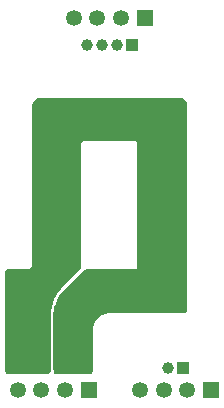
<source format=gtl>
G04*
G04 #@! TF.GenerationSoftware,Altium Limited,Altium Designer,21.7.2 (23)*
G04*
G04 Layer_Physical_Order=1*
G04 Layer_Color=255*
%FSAX25Y25*%
%MOIN*%
G70*
G04*
G04 #@! TF.SameCoordinates,43612BD9-7431-4496-A61A-E5E58A6AB67A*
G04*
G04*
G04 #@! TF.FilePolarity,Positive*
G04*
G01*
G75*
%ADD14C,0.04409*%
%ADD15R,0.04409X0.04409*%
%ADD18C,0.05315*%
%ADD19R,0.05315X0.05315*%
%ADD20R,0.03937X0.03937*%
%ADD21C,0.03937*%
G36*
X0187644Y0202525D02*
X0188253Y0201916D01*
X0188583Y0201120D01*
Y0200689D01*
Y0132579D01*
X0188583Y0132579D01*
X0188583Y0132285D01*
X0188358Y0131742D01*
X0187943Y0131327D01*
X0187400Y0131102D01*
X0162697D01*
X0162157Y0131076D01*
X0161097Y0130865D01*
X0160099Y0130452D01*
X0159200Y0129851D01*
X0158436Y0129087D01*
X0157836Y0128189D01*
X0157422Y0127190D01*
X0157212Y0126131D01*
X0157185Y0125591D01*
Y0111753D01*
X0156990Y0111283D01*
X0156630Y0110923D01*
X0156160Y0110728D01*
X0145768D01*
X0145768Y0110728D01*
X0145357Y0110787D01*
X0144642Y0111210D01*
X0144143Y0111875D01*
X0143937Y0112679D01*
X0143996Y0113091D01*
X0143996Y0131102D01*
X0143996Y0131102D01*
X0143996Y0131102D01*
X0144061Y0131762D01*
X0144320Y0133062D01*
X0144706Y0134330D01*
X0145214Y0135555D01*
X0145839Y0136723D01*
X0146576Y0137825D01*
X0147418Y0138850D01*
X0148355Y0139787D01*
X0148868Y0140207D01*
X0153860Y0145199D01*
X0153860Y0145199D01*
X0154232Y0145508D01*
X0154471Y0145667D01*
X0154865Y0145831D01*
X0170965D01*
X0171355Y0145908D01*
X0171686Y0146129D01*
X0171906Y0146460D01*
X0171984Y0146850D01*
Y0187500D01*
X0171906Y0187890D01*
X0171686Y0188221D01*
X0171355Y0188442D01*
X0170965Y0188520D01*
X0154232D01*
X0153842Y0188442D01*
X0153511Y0188221D01*
X0153290Y0187890D01*
X0153213Y0187500D01*
Y0146850D01*
X0153290Y0146460D01*
X0153393Y0146306D01*
X0147785Y0140699D01*
Y0140699D01*
X0147290Y0140230D01*
X0146371Y0139223D01*
X0145556Y0138131D01*
X0144851Y0136964D01*
X0144264Y0135733D01*
X0143801Y0134451D01*
X0143465Y0133130D01*
X0143261Y0131782D01*
X0143209Y0131102D01*
X0143209Y0113091D01*
X0143209Y0113091D01*
X0143287Y0112699D01*
X0143132Y0111916D01*
X0142689Y0111251D01*
X0142025Y0110807D01*
X0141634Y0110728D01*
X0129331D01*
X0129057Y0110728D01*
X0128550Y0110938D01*
X0128163Y0111326D01*
X0127953Y0111832D01*
X0127953Y0112106D01*
Y0144587D01*
Y0144861D01*
X0128163Y0145367D01*
X0128550Y0145755D01*
X0129057Y0145965D01*
X0135138D01*
X0135630Y0145965D01*
X0135630Y0145965D01*
Y0145965D01*
X0135630Y0145965D01*
X0135841Y0145985D01*
X0136231Y0146147D01*
X0136530Y0146446D01*
X0136692Y0146836D01*
X0136713Y0147047D01*
X0136713Y0199803D01*
Y0200104D01*
X0136830Y0200693D01*
X0137060Y0201248D01*
X0137394Y0201748D01*
X0137819Y0202173D01*
X0138319Y0202507D01*
X0138874Y0202737D01*
X0139463Y0202854D01*
X0186848D01*
X0187644Y0202525D01*
D02*
G37*
D14*
X0146102Y0117854D02*
D03*
X0141102D02*
D03*
Y0112854D02*
D03*
D15*
X0146102D02*
D03*
D18*
X0132087Y0105413D02*
D03*
X0139961D02*
D03*
X0147835D02*
D03*
X0172835D02*
D03*
X0180709D02*
D03*
X0188583D02*
D03*
X0166535Y0229528D02*
D03*
X0158661D02*
D03*
X0150787D02*
D03*
D19*
X0155709Y0105413D02*
D03*
X0196457D02*
D03*
X0174409Y0229528D02*
D03*
D20*
X0187284Y0112894D02*
D03*
X0170079Y0220472D02*
D03*
D21*
X0182283Y0112894D02*
D03*
X0165079Y0220472D02*
D03*
X0160079D02*
D03*
X0155079D02*
D03*
M02*

</source>
